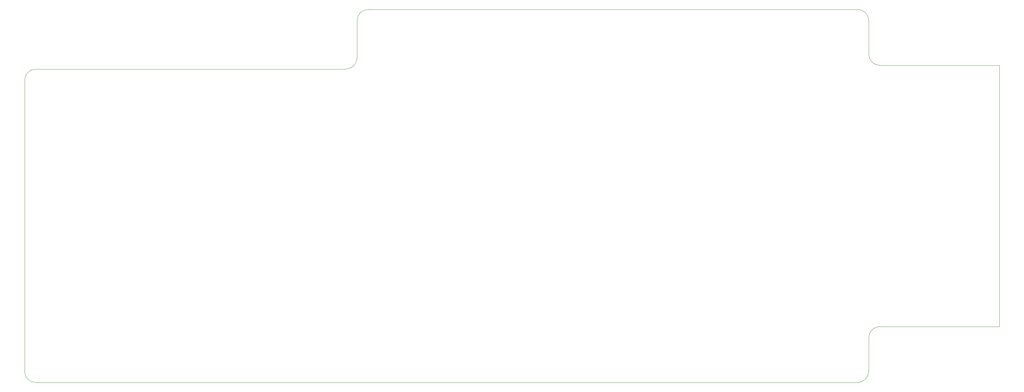
<source format=gbr>
G04 #@! TF.FileFunction,Profile,NP*
%FSLAX46Y46*%
G04 Gerber Fmt 4.6, Leading zero omitted, Abs format (unit mm)*
G04 Created by KiCad (PCBNEW (2015-02-24 BZR 5451)-product) date Thu 12 Mar 2015 11:25:46 PM EDT*
%MOMM*%
G01*
G04 APERTURE LIST*
%ADD10C,0.100000*%
G04 APERTURE END LIST*
D10*
X21600000Y-66400000D02*
X21600000Y-144400000D01*
X107600000Y-63400000D02*
X24600000Y-63400000D01*
X110600000Y-50400000D02*
X110600000Y-60400000D01*
X244600000Y-47400000D02*
X113600000Y-47400000D01*
X24600000Y-147400000D02*
X244600000Y-147400000D01*
X113600000Y-47400000D02*
G75*
G03X110600000Y-50400000I0J-3000000D01*
G01*
X107600000Y-63400000D02*
G75*
G03X110600000Y-60400000I0J3000000D01*
G01*
X24600000Y-63400000D02*
G75*
G03X21600000Y-66400000I0J-3000000D01*
G01*
X21600000Y-144400000D02*
G75*
G03X24600000Y-147400000I3000000J0D01*
G01*
X247600000Y-135400000D02*
X247600000Y-144400000D01*
X282600000Y-132400000D02*
X250600000Y-132400000D01*
X282600000Y-62400000D02*
X282600000Y-132400000D01*
X250600000Y-62400000D02*
X282600000Y-62400000D01*
X247600000Y-50400000D02*
X247600000Y-59400000D01*
X244600000Y-147400000D02*
G75*
G03X247600000Y-144400000I0J3000000D01*
G01*
X247600000Y-50400000D02*
G75*
G03X244600000Y-47400000I-3000000J0D01*
G01*
X247600000Y-59400000D02*
G75*
G03X250600000Y-62400000I3000000J0D01*
G01*
X250600000Y-132400000D02*
G75*
G03X247600000Y-135400000I0J-3000000D01*
G01*
M02*

</source>
